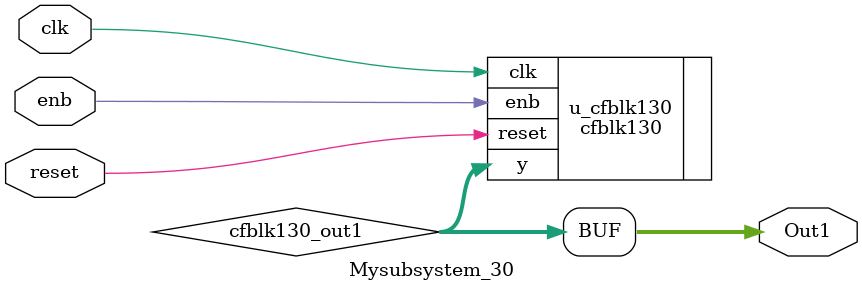
<source format=v>



`timescale 1 ns / 1 ns

module Mysubsystem_30
          (clk,
           reset,
           enb,
           Out1);


  input   clk;
  input   reset;
  input   enb;
  output  [15:0] Out1;  // uint16


  wire [15:0] cfblk130_out1;  // uint16


  cfblk130 u_cfblk130 (.clk(clk),
                       .reset(reset),
                       .enb(enb),
                       .y(cfblk130_out1)  // uint16
                       );

  assign Out1 = cfblk130_out1;

endmodule  // Mysubsystem_30


</source>
